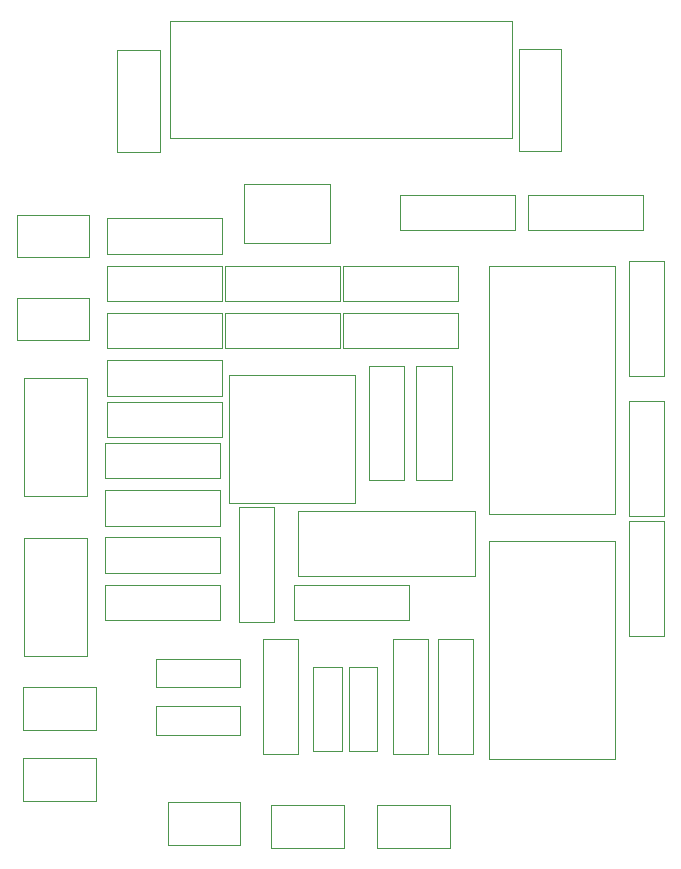
<source format=gbr>
%TF.GenerationSoftware,KiCad,Pcbnew,8.0.0*%
%TF.CreationDate,2024-03-09T23:27:07+01:00*%
%TF.ProjectId,Pure VCO,50757265-2056-4434-9f2e-6b696361645f,rev?*%
%TF.SameCoordinates,Original*%
%TF.FileFunction,Other,User*%
%FSLAX46Y46*%
G04 Gerber Fmt 4.6, Leading zero omitted, Abs format (unit mm)*
G04 Created by KiCad (PCBNEW 8.0.0) date 2024-03-09 23:27:07*
%MOMM*%
%LPD*%
G01*
G04 APERTURE LIST*
%ADD10C,0.050000*%
G04 APERTURE END LIST*
D10*
%TO.C,C5*%
X73800000Y-88450000D02*
X73800000Y-95550000D01*
X73800000Y-95550000D02*
X76200000Y-95550000D01*
X76200000Y-88450000D02*
X73800000Y-88450000D01*
X76200000Y-95550000D02*
X76200000Y-88450000D01*
%TO.C,RV1*%
X46330000Y-63980000D02*
X46330000Y-74020000D01*
X46330000Y-74020000D02*
X51670000Y-74020000D01*
X51670000Y-63980000D02*
X46330000Y-63980000D01*
X51670000Y-74020000D02*
X51670000Y-63980000D01*
%TO.C,C4*%
X70800000Y-88450000D02*
X70800000Y-95550000D01*
X70800000Y-95550000D02*
X73200000Y-95550000D01*
X73200000Y-88450000D02*
X70800000Y-88450000D01*
X73200000Y-95550000D02*
X73200000Y-88450000D01*
%TO.C,R10*%
X77500000Y-86140000D02*
X77500000Y-95860000D01*
X77500000Y-95860000D02*
X80500000Y-95860000D01*
X80500000Y-86140000D02*
X77500000Y-86140000D01*
X80500000Y-95860000D02*
X80500000Y-86140000D01*
%TO.C,R5*%
X88950000Y-48500000D02*
X88950000Y-51500000D01*
X88950000Y-51500000D02*
X98670000Y-51500000D01*
X98670000Y-48500000D02*
X88950000Y-48500000D01*
X98670000Y-51500000D02*
X98670000Y-48500000D01*
%TO.C,R8*%
X53140000Y-81500000D02*
X53140000Y-84500000D01*
X53140000Y-84500000D02*
X62860000Y-84500000D01*
X62860000Y-81500000D02*
X53140000Y-81500000D01*
X62860000Y-84500000D02*
X62860000Y-81500000D01*
%TO.C,R15*%
X69140000Y-81500000D02*
X69140000Y-84500000D01*
X69140000Y-84500000D02*
X78860000Y-84500000D01*
X78860000Y-81500000D02*
X69140000Y-81500000D01*
X78860000Y-84500000D02*
X78860000Y-81500000D01*
%TO.C,J9*%
X88200000Y-36120000D02*
X88200000Y-44770000D01*
X88200000Y-44770000D02*
X91800000Y-44770000D01*
X91800000Y-36120000D02*
X88200000Y-36120000D01*
X91800000Y-44770000D02*
X91800000Y-36120000D01*
%TO.C,R2*%
X73330000Y-54500000D02*
X73330000Y-57500000D01*
X73330000Y-57500000D02*
X83050000Y-57500000D01*
X83050000Y-54500000D02*
X73330000Y-54500000D01*
X83050000Y-57500000D02*
X83050000Y-54500000D01*
%TO.C,J1*%
X46200000Y-90200000D02*
X46200000Y-93800000D01*
X46200000Y-93800000D02*
X52350000Y-93800000D01*
X52350000Y-90200000D02*
X46200000Y-90200000D01*
X52350000Y-93800000D02*
X52350000Y-90200000D01*
%TO.C,J4*%
X58465000Y-99935000D02*
X58465000Y-103535000D01*
X58465000Y-103535000D02*
X64615000Y-103535000D01*
X64615000Y-99935000D02*
X58465000Y-99935000D01*
X64615000Y-103535000D02*
X64615000Y-99935000D01*
%TO.C,J5*%
X67200000Y-100200000D02*
X67200000Y-103800000D01*
X67200000Y-103800000D02*
X73350000Y-103800000D01*
X73350000Y-100200000D02*
X67200000Y-100200000D01*
X73350000Y-103800000D02*
X73350000Y-100200000D01*
%TO.C,R1*%
X97500000Y-65950000D02*
X97500000Y-75670000D01*
X97500000Y-75670000D02*
X100500000Y-75670000D01*
X100500000Y-65950000D02*
X97500000Y-65950000D01*
X100500000Y-75670000D02*
X100500000Y-65950000D01*
%TO.C,J10*%
X76200000Y-100200000D02*
X76200000Y-103800000D01*
X76200000Y-103800000D02*
X82350000Y-103800000D01*
X82350000Y-100200000D02*
X76200000Y-100200000D01*
X82350000Y-103800000D02*
X82350000Y-100200000D01*
%TO.C,R7*%
X64500000Y-74950000D02*
X64500000Y-84670000D01*
X64500000Y-84670000D02*
X67500000Y-84670000D01*
X67500000Y-74950000D02*
X64500000Y-74950000D01*
X67500000Y-84670000D02*
X67500000Y-74950000D01*
%TO.C,R19*%
X53330000Y-58500000D02*
X53330000Y-61500000D01*
X53330000Y-61500000D02*
X63050000Y-61500000D01*
X63050000Y-58500000D02*
X53330000Y-58500000D01*
X63050000Y-61500000D02*
X63050000Y-58500000D01*
%TO.C,R24*%
X73330000Y-58500000D02*
X73330000Y-61500000D01*
X73330000Y-61500000D02*
X83050000Y-61500000D01*
X83050000Y-58500000D02*
X73330000Y-58500000D01*
X83050000Y-61500000D02*
X83050000Y-58500000D01*
%TO.C,R12*%
X66500000Y-86140000D02*
X66500000Y-95860000D01*
X66500000Y-95860000D02*
X69500000Y-95860000D01*
X69500000Y-86140000D02*
X66500000Y-86140000D01*
X69500000Y-95860000D02*
X69500000Y-86140000D01*
%TO.C,R14*%
X97500000Y-54140000D02*
X97500000Y-63860000D01*
X97500000Y-63860000D02*
X100500000Y-63860000D01*
X100500000Y-54140000D02*
X97500000Y-54140000D01*
X100500000Y-63860000D02*
X100500000Y-54140000D01*
%TO.C,R9*%
X53330000Y-66000000D02*
X53330000Y-69000000D01*
X53330000Y-69000000D02*
X63050000Y-69000000D01*
X63050000Y-66000000D02*
X53330000Y-66000000D01*
X63050000Y-69000000D02*
X63050000Y-66000000D01*
%TO.C,R4*%
X79500000Y-62950000D02*
X79500000Y-72670000D01*
X79500000Y-72670000D02*
X82500000Y-72670000D01*
X82500000Y-62950000D02*
X79500000Y-62950000D01*
X82500000Y-72670000D02*
X82500000Y-62950000D01*
%TO.C,R18*%
X53330000Y-54500000D02*
X53330000Y-57500000D01*
X53330000Y-57500000D02*
X63050000Y-57500000D01*
X63050000Y-54500000D02*
X53330000Y-54500000D01*
X63050000Y-57500000D02*
X63050000Y-54500000D01*
%TO.C,U2*%
X85650000Y-77775000D02*
X85650000Y-96225000D01*
X85650000Y-96225000D02*
X96350000Y-96225000D01*
X96350000Y-77775000D02*
X85650000Y-77775000D01*
X96350000Y-96225000D02*
X96350000Y-77775000D01*
%TO.C,R17*%
X53140000Y-77500000D02*
X53140000Y-80500000D01*
X53140000Y-80500000D02*
X62860000Y-80500000D01*
X62860000Y-77500000D02*
X53140000Y-77500000D01*
X62860000Y-80500000D02*
X62860000Y-77500000D01*
%TO.C,R19*%
X53140000Y-69500000D02*
X53140000Y-72500000D01*
X53140000Y-72500000D02*
X62860000Y-72500000D01*
X62860000Y-69500000D02*
X53140000Y-69500000D01*
X62860000Y-72500000D02*
X62860000Y-69500000D01*
%TO.C,RV3*%
X64930000Y-47550000D02*
X64930000Y-52600000D01*
X64930000Y-52600000D02*
X72180000Y-52600000D01*
X72180000Y-47550000D02*
X64930000Y-47550000D01*
X72180000Y-52600000D02*
X72180000Y-47550000D01*
%TO.C,R3*%
X63330000Y-54500000D02*
X63330000Y-57500000D01*
X63330000Y-57500000D02*
X73050000Y-57500000D01*
X73050000Y-54500000D02*
X63330000Y-54500000D01*
X73050000Y-57500000D02*
X73050000Y-54500000D01*
%TO.C,R16*%
X53330000Y-50500000D02*
X53330000Y-53500000D01*
X53330000Y-53500000D02*
X63050000Y-53500000D01*
X63050000Y-50500000D02*
X53330000Y-50500000D01*
X63050000Y-53500000D02*
X63050000Y-50500000D01*
%TO.C,C3*%
X57450000Y-91800000D02*
X57450000Y-94200000D01*
X57450000Y-94200000D02*
X64550000Y-94200000D01*
X64550000Y-91800000D02*
X57450000Y-91800000D01*
X64550000Y-94200000D02*
X64550000Y-91800000D01*
%TO.C,R23*%
X63330000Y-58500000D02*
X63330000Y-61500000D01*
X63330000Y-61500000D02*
X73050000Y-61500000D01*
X73050000Y-58500000D02*
X63330000Y-58500000D01*
X73050000Y-61500000D02*
X73050000Y-58500000D01*
%TO.C,J8*%
X45660000Y-50200000D02*
X45660000Y-53800000D01*
X45660000Y-53800000D02*
X51810000Y-53800000D01*
X51810000Y-50200000D02*
X45660000Y-50200000D01*
X51810000Y-53800000D02*
X51810000Y-50200000D01*
%TO.C,R22*%
X75500000Y-62950000D02*
X75500000Y-72670000D01*
X75500000Y-72670000D02*
X78500000Y-72670000D01*
X78500000Y-62950000D02*
X75500000Y-62950000D01*
X78500000Y-72670000D02*
X78500000Y-62950000D01*
%TO.C,C2*%
X57450000Y-87800000D02*
X57450000Y-90200000D01*
X57450000Y-90200000D02*
X64550000Y-90200000D01*
X64550000Y-87800000D02*
X57450000Y-87800000D01*
X64550000Y-90200000D02*
X64550000Y-87800000D01*
%TO.C,RV2*%
X46330000Y-77520000D02*
X46330000Y-87560000D01*
X46330000Y-87560000D02*
X51670000Y-87560000D01*
X51670000Y-77520000D02*
X46330000Y-77520000D01*
X51670000Y-87560000D02*
X51670000Y-77520000D01*
%TO.C,J6*%
X54200000Y-36200000D02*
X54200000Y-44850000D01*
X54200000Y-44850000D02*
X57800000Y-44850000D01*
X57800000Y-36200000D02*
X54200000Y-36200000D01*
X57800000Y-44850000D02*
X57800000Y-36200000D01*
%TO.C,R6*%
X78140000Y-48500000D02*
X78140000Y-51500000D01*
X78140000Y-51500000D02*
X87860000Y-51500000D01*
X87860000Y-48500000D02*
X78140000Y-48500000D01*
X87860000Y-51500000D02*
X87860000Y-48500000D01*
%TO.C,U1*%
X85650000Y-54500000D02*
X85650000Y-75500000D01*
X85650000Y-75500000D02*
X96350000Y-75500000D01*
X96350000Y-54500000D02*
X85650000Y-54500000D01*
X96350000Y-75500000D02*
X96350000Y-54500000D01*
%TO.C,R25*%
X53140000Y-73500000D02*
X53140000Y-76500000D01*
X53140000Y-76500000D02*
X62860000Y-76500000D01*
X62860000Y-73500000D02*
X53140000Y-73500000D01*
X62860000Y-76500000D02*
X62860000Y-73500000D01*
%TO.C,J2*%
X58620000Y-33780000D02*
X58620000Y-43680000D01*
X58620000Y-43680000D02*
X87600000Y-43680000D01*
X87600000Y-33780000D02*
X58620000Y-33780000D01*
X87600000Y-43680000D02*
X87600000Y-33780000D01*
%TO.C,C1*%
X69500000Y-75250000D02*
X69500000Y-80750000D01*
X69500000Y-80750000D02*
X84500000Y-80750000D01*
X84500000Y-75250000D02*
X69500000Y-75250000D01*
X84500000Y-80750000D02*
X84500000Y-75250000D01*
%TO.C,R18*%
X53330000Y-62500000D02*
X53330000Y-65500000D01*
X53330000Y-65500000D02*
X63050000Y-65500000D01*
X63050000Y-62500000D02*
X53330000Y-62500000D01*
X63050000Y-65500000D02*
X63050000Y-62500000D01*
%TO.C,J7*%
X45660000Y-57200000D02*
X45660000Y-60800000D01*
X45660000Y-60800000D02*
X51810000Y-60800000D01*
X51810000Y-57200000D02*
X45660000Y-57200000D01*
X51810000Y-60800000D02*
X51810000Y-57200000D01*
%TO.C,U3*%
X63650000Y-63780000D02*
X63650000Y-74580000D01*
X63650000Y-74580000D02*
X74350000Y-74580000D01*
X74350000Y-63780000D02*
X63650000Y-63780000D01*
X74350000Y-74580000D02*
X74350000Y-63780000D01*
%TO.C,R11*%
X81310000Y-86140000D02*
X81310000Y-95860000D01*
X81310000Y-95860000D02*
X84310000Y-95860000D01*
X84310000Y-86140000D02*
X81310000Y-86140000D01*
X84310000Y-95860000D02*
X84310000Y-86140000D01*
%TO.C,J3*%
X46200000Y-96200000D02*
X46200000Y-99800000D01*
X46200000Y-99800000D02*
X52350000Y-99800000D01*
X52350000Y-96200000D02*
X46200000Y-96200000D01*
X52350000Y-99800000D02*
X52350000Y-96200000D01*
%TO.C,R13*%
X97500000Y-76140000D02*
X97500000Y-85860000D01*
X97500000Y-85860000D02*
X100500000Y-85860000D01*
X100500000Y-76140000D02*
X97500000Y-76140000D01*
X100500000Y-85860000D02*
X100500000Y-76140000D01*
%TD*%
M02*

</source>
